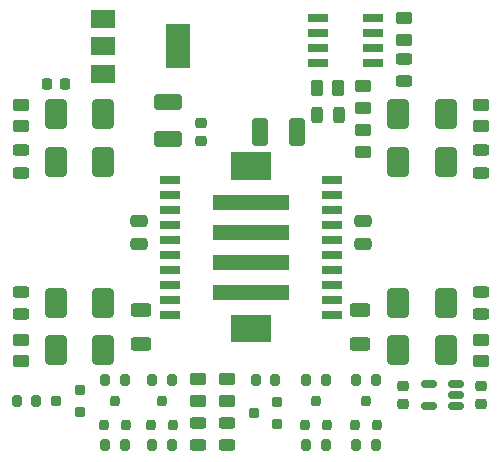
<source format=gbr>
%TF.GenerationSoftware,KiCad,Pcbnew,7.0.1*%
%TF.CreationDate,2023-08-21T19:33:12-03:00*%
%TF.ProjectId,L298P_Breakout,4c323938-505f-4427-9265-616b6f75742e,rev?*%
%TF.SameCoordinates,Original*%
%TF.FileFunction,Paste,Top*%
%TF.FilePolarity,Positive*%
%FSLAX46Y46*%
G04 Gerber Fmt 4.6, Leading zero omitted, Abs format (unit mm)*
G04 Created by KiCad (PCBNEW 7.0.1) date 2023-08-21 19:33:12*
%MOMM*%
%LPD*%
G01*
G04 APERTURE LIST*
G04 Aperture macros list*
%AMRoundRect*
0 Rectangle with rounded corners*
0 $1 Rounding radius*
0 $2 $3 $4 $5 $6 $7 $8 $9 X,Y pos of 4 corners*
0 Add a 4 corners polygon primitive as box body*
4,1,4,$2,$3,$4,$5,$6,$7,$8,$9,$2,$3,0*
0 Add four circle primitives for the rounded corners*
1,1,$1+$1,$2,$3*
1,1,$1+$1,$4,$5*
1,1,$1+$1,$6,$7*
1,1,$1+$1,$8,$9*
0 Add four rect primitives between the rounded corners*
20,1,$1+$1,$2,$3,$4,$5,0*
20,1,$1+$1,$4,$5,$6,$7,0*
20,1,$1+$1,$6,$7,$8,$9,0*
20,1,$1+$1,$8,$9,$2,$3,0*%
G04 Aperture macros list end*
%ADD10RoundRect,0.250000X0.450000X-0.262500X0.450000X0.262500X-0.450000X0.262500X-0.450000X-0.262500X0*%
%ADD11RoundRect,0.250000X-0.650000X1.000000X-0.650000X-1.000000X0.650000X-1.000000X0.650000X1.000000X0*%
%ADD12RoundRect,0.200000X0.200000X-0.250000X0.200000X0.250000X-0.200000X0.250000X-0.200000X-0.250000X0*%
%ADD13RoundRect,0.250000X0.475000X-0.250000X0.475000X0.250000X-0.475000X0.250000X-0.475000X-0.250000X0*%
%ADD14RoundRect,0.200000X-0.200000X-0.275000X0.200000X-0.275000X0.200000X0.275000X-0.200000X0.275000X0*%
%ADD15RoundRect,0.243750X0.243750X0.456250X-0.243750X0.456250X-0.243750X-0.456250X0.243750X-0.456250X0*%
%ADD16RoundRect,0.250000X-0.625000X0.312500X-0.625000X-0.312500X0.625000X-0.312500X0.625000X0.312500X0*%
%ADD17RoundRect,0.250000X-0.450000X0.262500X-0.450000X-0.262500X0.450000X-0.262500X0.450000X0.262500X0*%
%ADD18RoundRect,0.243750X-0.456250X0.243750X-0.456250X-0.243750X0.456250X-0.243750X0.456250X0.243750X0*%
%ADD19RoundRect,0.200000X0.250000X0.200000X-0.250000X0.200000X-0.250000X-0.200000X0.250000X-0.200000X0*%
%ADD20R,1.780000X0.720000*%
%ADD21RoundRect,0.250000X-0.925000X0.412500X-0.925000X-0.412500X0.925000X-0.412500X0.925000X0.412500X0*%
%ADD22RoundRect,0.200000X0.200000X0.275000X-0.200000X0.275000X-0.200000X-0.275000X0.200000X-0.275000X0*%
%ADD23RoundRect,0.150000X0.512500X0.150000X-0.512500X0.150000X-0.512500X-0.150000X0.512500X-0.150000X0*%
%ADD24RoundRect,0.225000X0.250000X-0.225000X0.250000X0.225000X-0.250000X0.225000X-0.250000X-0.225000X0*%
%ADD25RoundRect,0.243750X0.456250X-0.243750X0.456250X0.243750X-0.456250X0.243750X-0.456250X-0.243750X0*%
%ADD26RoundRect,0.225000X-0.250000X0.225000X-0.250000X-0.225000X0.250000X-0.225000X0.250000X0.225000X0*%
%ADD27R,1.700000X0.760000*%
%ADD28RoundRect,0.250000X-0.475000X0.250000X-0.475000X-0.250000X0.475000X-0.250000X0.475000X0.250000X0*%
%ADD29RoundRect,0.250000X0.412500X0.925000X-0.412500X0.925000X-0.412500X-0.925000X0.412500X-0.925000X0*%
%ADD30RoundRect,0.250000X0.262500X0.450000X-0.262500X0.450000X-0.262500X-0.450000X0.262500X-0.450000X0*%
%ADD31R,2.000000X1.500000*%
%ADD32R,2.000000X3.800000*%
%ADD33RoundRect,0.225000X0.225000X0.250000X-0.225000X0.250000X-0.225000X-0.250000X0.225000X-0.250000X0*%
G04 APERTURE END LIST*
%TO.C,U1*%
G36*
X151700000Y-94285000D02*
G01*
X148300000Y-94285000D01*
X148300000Y-91950000D01*
X151700000Y-91950000D01*
X151700000Y-94285000D01*
G37*
G36*
X153200000Y-96825000D02*
G01*
X146800000Y-96825000D01*
X146800000Y-95555000D01*
X153200000Y-95555000D01*
X153200000Y-96825000D01*
G37*
G36*
X153200000Y-99365000D02*
G01*
X146800000Y-99365000D01*
X146800000Y-98095000D01*
X153200000Y-98095000D01*
X153200000Y-99365000D01*
G37*
G36*
X153200000Y-101905000D02*
G01*
X146800000Y-101905000D01*
X146800000Y-100635000D01*
X153200000Y-100635000D01*
X153200000Y-101905000D01*
G37*
G36*
X153200000Y-104445000D02*
G01*
X146800000Y-104445000D01*
X146800000Y-103175000D01*
X153200000Y-103175000D01*
X153200000Y-104445000D01*
G37*
G36*
X151700000Y-108050000D02*
G01*
X148300000Y-108050000D01*
X148300000Y-105715000D01*
X151700000Y-105715000D01*
X151700000Y-108050000D01*
G37*
%TD*%
D10*
%TO.C,R10*%
X130500000Y-109642500D03*
X130500000Y-107817500D03*
%TD*%
D11*
%TO.C,D8*%
X166500000Y-88730000D03*
X166500000Y-92730000D03*
%TD*%
D12*
%TO.C,Q6*%
X154550000Y-115000000D03*
X156450000Y-115000000D03*
X155500000Y-113000000D03*
%TD*%
D11*
%TO.C,D9*%
X166500000Y-104730000D03*
X166500000Y-108730000D03*
%TD*%
D13*
%TO.C,C6*%
X159500000Y-99680000D03*
X159500000Y-97780000D03*
%TD*%
D11*
%TO.C,D3*%
X137500000Y-88730000D03*
X137500000Y-92730000D03*
%TD*%
D14*
%TO.C,R19*%
X154675000Y-116750000D03*
X156325000Y-116750000D03*
%TD*%
D15*
%TO.C,D2*%
X157437500Y-88750000D03*
X155562500Y-88750000D03*
%TD*%
D16*
%TO.C,R2*%
X140700000Y-105287500D03*
X140700000Y-108212500D03*
%TD*%
D17*
%TO.C,R6*%
X159500000Y-90087500D03*
X159500000Y-91912500D03*
%TD*%
D18*
%TO.C,D15*%
X169500000Y-103792500D03*
X169500000Y-105667500D03*
%TD*%
D19*
%TO.C,Q7*%
X152250000Y-114950000D03*
X152250000Y-113050000D03*
X150250000Y-114000000D03*
%TD*%
D20*
%TO.C,Q1*%
X160340000Y-84405000D03*
X160340000Y-83135000D03*
X160340000Y-81865000D03*
X160340000Y-80595000D03*
X155660000Y-80595000D03*
X155660000Y-81865000D03*
X155660000Y-83135000D03*
X155660000Y-84405000D03*
%TD*%
D14*
%TO.C,R13*%
X137675000Y-116750000D03*
X139325000Y-116750000D03*
%TD*%
D21*
%TO.C,C1*%
X143000000Y-87712500D03*
X143000000Y-90787500D03*
%TD*%
D22*
%TO.C,R22*%
X152075000Y-111250000D03*
X150425000Y-111250000D03*
%TD*%
D23*
%TO.C,U3*%
X167337500Y-113450000D03*
X167337500Y-112500000D03*
X167337500Y-111550000D03*
X165062500Y-111550000D03*
X165062500Y-113450000D03*
%TD*%
D24*
%TO.C,C8*%
X162900000Y-113275000D03*
X162900000Y-111725000D03*
%TD*%
D17*
%TO.C,R12*%
X148000000Y-111150000D03*
X148000000Y-112975000D03*
%TD*%
D25*
%TO.C,D12*%
X130500000Y-93667500D03*
X130500000Y-91792500D03*
%TD*%
D26*
%TO.C,C4*%
X145750000Y-89475000D03*
X145750000Y-91025000D03*
%TD*%
D10*
%TO.C,R1*%
X163000000Y-82412500D03*
X163000000Y-80587500D03*
%TD*%
%TO.C,R9*%
X169500000Y-89730000D03*
X169500000Y-87905000D03*
%TD*%
D14*
%TO.C,R15*%
X137675000Y-111250000D03*
X139325000Y-111250000D03*
%TD*%
D18*
%TO.C,D14*%
X130500000Y-103792500D03*
X130500000Y-105667500D03*
%TD*%
D26*
%TO.C,C7*%
X169500000Y-111725000D03*
X169500000Y-113275000D03*
%TD*%
D11*
%TO.C,D6*%
X133500000Y-104730000D03*
X133500000Y-108730000D03*
%TD*%
D22*
%TO.C,R20*%
X143325000Y-111250000D03*
X141675000Y-111250000D03*
%TD*%
D19*
%TO.C,Q4*%
X135500000Y-113950000D03*
X135500000Y-112050000D03*
X133500000Y-113000000D03*
%TD*%
D14*
%TO.C,R17*%
X130175000Y-113000000D03*
X131825000Y-113000000D03*
%TD*%
D12*
%TO.C,Q5*%
X141550000Y-115000000D03*
X143450000Y-115000000D03*
X142500000Y-113000000D03*
%TD*%
D25*
%TO.C,D7*%
X145500000Y-116750000D03*
X145500000Y-114875000D03*
%TD*%
D11*
%TO.C,D5*%
X133500000Y-88730000D03*
X133500000Y-92730000D03*
%TD*%
D22*
%TO.C,R16*%
X160575000Y-111250000D03*
X158925000Y-111250000D03*
%TD*%
D27*
%TO.C,U1*%
X143117500Y-94285000D03*
X143117500Y-95555000D03*
X143117500Y-96825000D03*
X143117500Y-98095000D03*
X143117500Y-99365000D03*
X143117500Y-100635000D03*
X143117500Y-101905000D03*
X143117500Y-103175000D03*
X143117500Y-104445000D03*
X143117500Y-105715000D03*
X156882500Y-105715000D03*
X156882500Y-104445000D03*
X156882500Y-103175000D03*
X156882500Y-101905000D03*
X156882500Y-100635000D03*
X156882500Y-99365000D03*
X156882500Y-98095000D03*
X156882500Y-96825000D03*
X156882500Y-95555000D03*
X156882500Y-94285000D03*
%TD*%
D11*
%TO.C,D4*%
X137500000Y-104730000D03*
X137500000Y-108730000D03*
%TD*%
D17*
%TO.C,R7*%
X145500000Y-111150000D03*
X145500000Y-112975000D03*
%TD*%
D16*
%TO.C,R4*%
X159250000Y-105287500D03*
X159250000Y-108212500D03*
%TD*%
D10*
%TO.C,R8*%
X130500000Y-89730000D03*
X130500000Y-87905000D03*
%TD*%
D25*
%TO.C,D16*%
X148000000Y-116750000D03*
X148000000Y-114875000D03*
%TD*%
D17*
%TO.C,R3*%
X159500000Y-86337500D03*
X159500000Y-88162500D03*
%TD*%
D28*
%TO.C,C3*%
X140500000Y-97780000D03*
X140500000Y-99680000D03*
%TD*%
D12*
%TO.C,Q3*%
X158800000Y-115000000D03*
X160700000Y-115000000D03*
X159750000Y-113000000D03*
%TD*%
D11*
%TO.C,D10*%
X162500000Y-88730000D03*
X162500000Y-92730000D03*
%TD*%
D12*
%TO.C,Q2*%
X137550000Y-115000000D03*
X139450000Y-115000000D03*
X138500000Y-113000000D03*
%TD*%
D14*
%TO.C,R18*%
X141675000Y-116750000D03*
X143325000Y-116750000D03*
%TD*%
D29*
%TO.C,C5*%
X153887500Y-90250000D03*
X150812500Y-90250000D03*
%TD*%
D30*
%TO.C,R5*%
X157412500Y-86500000D03*
X155587500Y-86500000D03*
%TD*%
D25*
%TO.C,D13*%
X169500000Y-93667500D03*
X169500000Y-91792500D03*
%TD*%
D31*
%TO.C,U2*%
X137500000Y-80690000D03*
X137500000Y-82990000D03*
D32*
X143800000Y-82990000D03*
D31*
X137500000Y-85290000D03*
%TD*%
D11*
%TO.C,D11*%
X162500000Y-104730000D03*
X162500000Y-108730000D03*
%TD*%
D14*
%TO.C,R14*%
X158925000Y-116750000D03*
X160575000Y-116750000D03*
%TD*%
D10*
%TO.C,R11*%
X169500000Y-109642500D03*
X169500000Y-107817500D03*
%TD*%
D33*
%TO.C,C2*%
X134275000Y-86200000D03*
X132725000Y-86200000D03*
%TD*%
D14*
%TO.C,R21*%
X154675000Y-111250000D03*
X156325000Y-111250000D03*
%TD*%
D25*
%TO.C,D1*%
X163000000Y-85937500D03*
X163000000Y-84062500D03*
%TD*%
M02*

</source>
